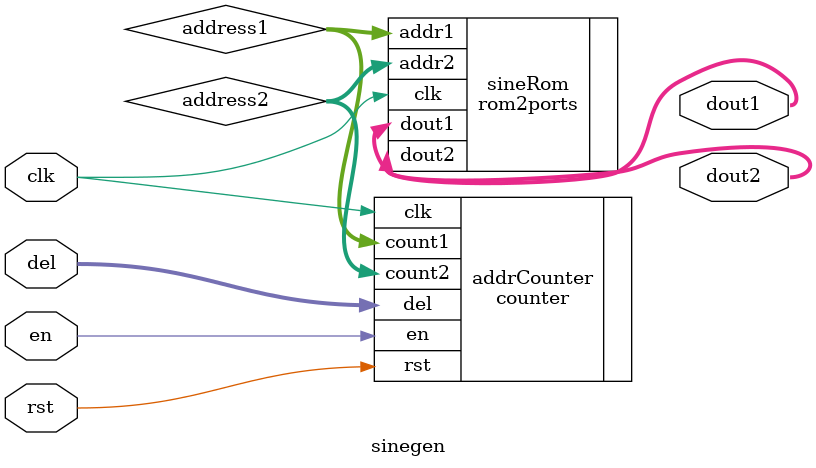
<source format=sv>
module sinegen # (
    parameter   A_WIDTH = 8,
                D_WIDTH = 8
) (
    //interface signals
    input   logic               clk,
    input   logic               rst,
    input   logic               en,
    input   logic [D_WIDTH-1:0] del,
    output  logic [D_WIDTH-1:0] dout1,
    output  logic [D_WIDTH-1:0] dout2
);

    logic [A_WIDTH-1:0]         address1;
    logic [A_WIDTH-1:0]         address2;

counter addrCounter (
    .clk (clk),
    .rst (rst),
    .en (en),
    .del (del),
    .count1 (address1),        //We're making the output equal to .count the address defined above
    .count2 (address2)
);

rom2ports sineRom (
    .clk (clk),
    .addr1 (address1),       //We're passing into .addr the address defined above
    .addr2 (address2),
    .dout1 (dout1),           //.dout is whatever the sineRom sayes the value is
    .dout2 (dout2)
);

endmodule

</source>
